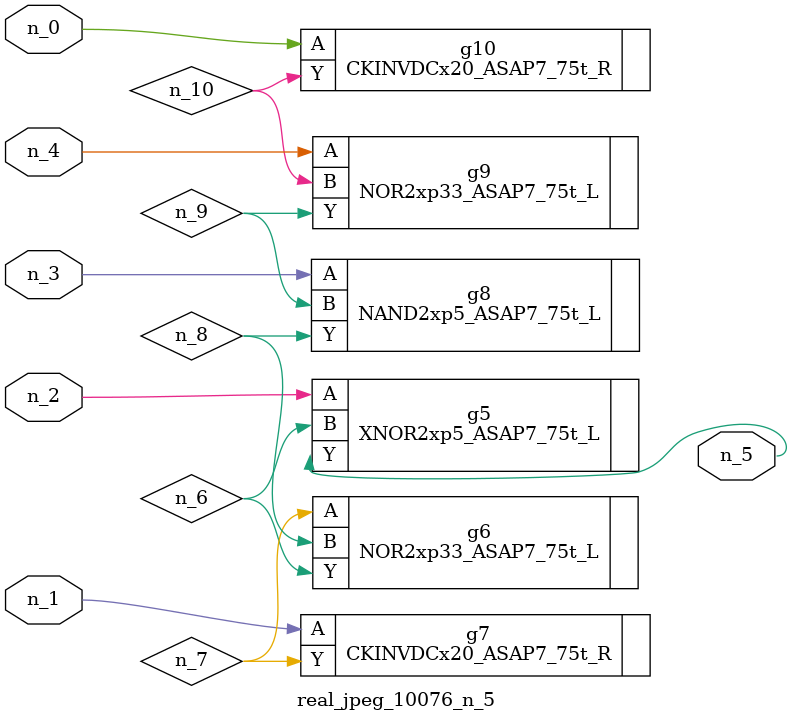
<source format=v>
module real_jpeg_10076_n_5 (n_4, n_0, n_1, n_2, n_3, n_5);

input n_4;
input n_0;
input n_1;
input n_2;
input n_3;

output n_5;

wire n_8;
wire n_6;
wire n_7;
wire n_10;
wire n_9;

CKINVDCx20_ASAP7_75t_R g10 ( 
.A(n_0),
.Y(n_10)
);

CKINVDCx20_ASAP7_75t_R g7 ( 
.A(n_1),
.Y(n_7)
);

XNOR2xp5_ASAP7_75t_L g5 ( 
.A(n_2),
.B(n_6),
.Y(n_5)
);

NAND2xp5_ASAP7_75t_L g8 ( 
.A(n_3),
.B(n_9),
.Y(n_8)
);

NOR2xp33_ASAP7_75t_L g9 ( 
.A(n_4),
.B(n_10),
.Y(n_9)
);

NOR2xp33_ASAP7_75t_L g6 ( 
.A(n_7),
.B(n_8),
.Y(n_6)
);


endmodule
</source>
